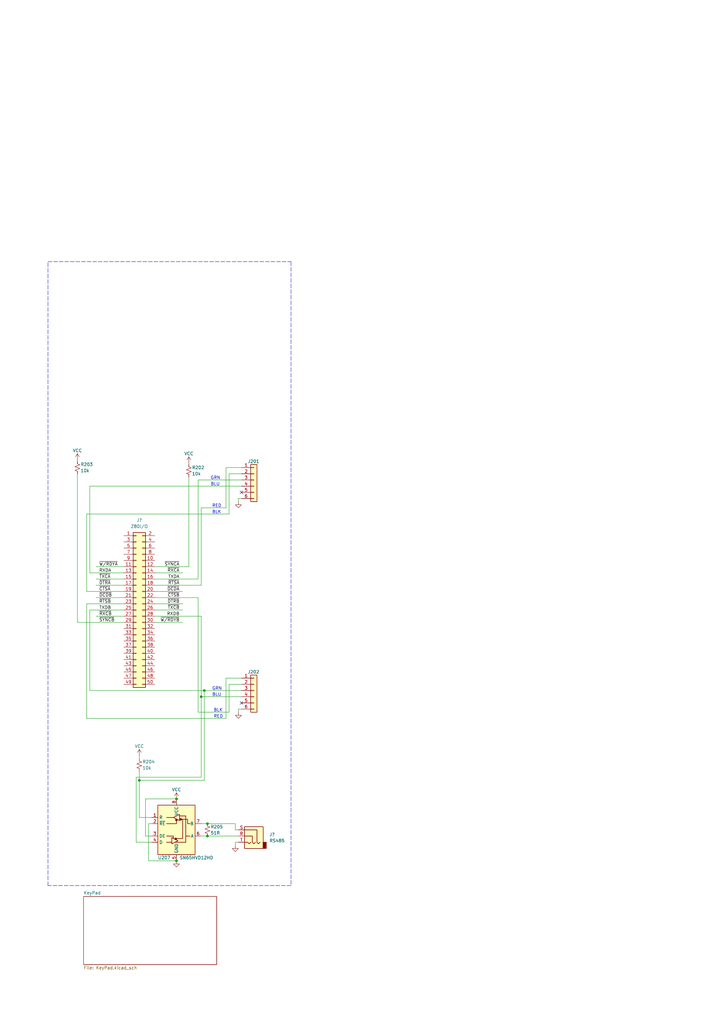
<source format=kicad_sch>
(kicad_sch (version 20211123) (generator eeschema)
  (paper "A3" portrait)
  (lib_symbols
    (symbol "Connector:AudioJack3"
      (property "Reference" "J" (at 0 8.89 0))
      (property "Value" "AudioJack3" (at 0 6.35 0))
      (symbol "AudioJack3_0_1"
        (rectangle (start -5.08 -5.08) (end -6.35 -2.54) (stroke (width 0.254)) (fill (type outline)))
        (polyline (pts (xy 0 -2.54) (xy 0.635 -3.175) (xy 1.27 -2.54) (xy 2.54 -2.54)) (stroke (width 0.254)))
        (polyline (pts (xy -1.905 -2.54) (xy -1.27 -3.175) (xy -0.635 -2.54) (xy -0.635 0) (xy 2.54 0)) (stroke (width 0.254)))
        (polyline (pts (xy 2.54 2.54) (xy -2.54 2.54) (xy -2.54 -2.54) (xy -3.175 -3.175) (xy -3.81 -2.54)) (stroke (width 0.254)))
        (rectangle (start 2.54 3.81) (end -5.08 -5.08) (stroke (width 0.254)) (fill (type background)))
      )
      (symbol "AudioJack3_1_1"
        (pin passive line (at 5.08 0 180) (length 2.54) (name "~") (number "R"))
        (pin passive line (at 5.08 2.54 180) (length 2.54) (name "~") (number "S"))
        (pin passive line (at 5.08 -2.54 180) (length 2.54) (name "~") (number "T"))
      )
    )
    (symbol "Connector_Generic:Conn_01x06" (pin_names (offset 1.016) hide)
      (property "Reference" "J" (at 0 7.62 0))
      (property "Value" "Conn_01x06" (at 0 -10.16 0))
      (symbol "Conn_01x06_1_1"
        (rectangle (start -1.27 -7.493) (end 0 -7.747) (stroke (width 0.1524)))
        (rectangle (start -1.27 -4.953) (end 0 -5.207) (stroke (width 0.1524)))
        (rectangle (start -1.27 -2.413) (end 0 -2.667) (stroke (width 0.1524)))
        (rectangle (start -1.27 0.127) (end 0 -0.127) (stroke (width 0.1524)))
        (rectangle (start -1.27 2.667) (end 0 2.413) (stroke (width 0.1524)))
        (rectangle (start -1.27 5.207) (end 0 4.953) (stroke (width 0.1524)))
        (rectangle (start -1.27 6.35) (end 1.27 -8.89) (stroke (width 0.254)) (fill (type background)))
        (pin passive line (at -5.08 5.08 0) (length 3.81) (name "Pin_1") (number "1"))
        (pin passive line (at -5.08 2.54 0) (length 3.81) (name "Pin_2") (number "2"))
        (pin passive line (at -5.08 0 0) (length 3.81) (name "Pin_3") (number "3"))
        (pin passive line (at -5.08 -2.54 0) (length 3.81) (name "Pin_4") (number "4"))
        (pin passive line (at -5.08 -5.08 0) (length 3.81) (name "Pin_5") (number "5"))
        (pin passive line (at -5.08 -7.62 0) (length 3.81) (name "Pin_6") (number "6"))
      )
    )
    (symbol "Connector_Generic:Conn_02x25_Odd_Even" (pin_names (offset 1.016) hide)
      (property "Reference" "J" (at 1.27 33.02 0))
      (property "Value" "Conn_02x25_Odd_Even" (at 1.27 -33.02 0))
      (symbol "Conn_02x25_Odd_Even_1_1"
        (rectangle (start -1.27 -30.353) (end 0 -30.607) (stroke (width 0.1524)))
        (rectangle (start -1.27 -27.813) (end 0 -28.067) (stroke (width 0.1524)))
        (rectangle (start -1.27 -25.273) (end 0 -25.527) (stroke (width 0.1524)))
        (rectangle (start -1.27 -22.733) (end 0 -22.987) (stroke (width 0.1524)))
        (rectangle (start -1.27 -20.193) (end 0 -20.447) (stroke (width 0.1524)))
        (rectangle (start -1.27 -17.653) (end 0 -17.907) (stroke (width 0.1524)))
        (rectangle (start -1.27 -15.113) (end 0 -15.367) (stroke (width 0.1524)))
        (rectangle (start -1.27 -12.573) (end 0 -12.827) (stroke (width 0.1524)))
        (rectangle (start -1.27 -10.033) (end 0 -10.287) (stroke (width 0.1524)))
        (rectangle (start -1.27 -7.493) (end 0 -7.747) (stroke (width 0.1524)))
        (rectangle (start -1.27 -4.953) (end 0 -5.207) (stroke (width 0.1524)))
        (rectangle (start -1.27 -2.413) (end 0 -2.667) (stroke (width 0.1524)))
        (rectangle (start -1.27 0.127) (end 0 -0.127) (stroke (width 0.1524)))
        (rectangle (start -1.27 2.667) (end 0 2.413) (stroke (width 0.1524)))
        (rectangle (start -1.27 5.207) (end 0 4.953) (stroke (width 0.1524)))
        (rectangle (start -1.27 7.747) (end 0 7.493) (stroke (width 0.1524)))
        (rectangle (start -1.27 10.287) (end 0 10.033) (stroke (width 0.1524)))
        (rectangle (start -1.27 12.827) (end 0 12.573) (stroke (width 0.1524)))
        (rectangle (start -1.27 15.367) (end 0 15.113) (stroke (width 0.1524)))
        (rectangle (start -1.27 17.907) (end 0 17.653) (stroke (width 0.1524)))
        (rectangle (start -1.27 20.447) (end 0 20.193) (stroke (width 0.1524)))
        (rectangle (start -1.27 22.987) (end 0 22.733) (stroke (width 0.1524)))
        (rectangle (start -1.27 25.527) (end 0 25.273) (stroke (width 0.1524)))
        (rectangle (start -1.27 28.067) (end 0 27.813) (stroke (width 0.1524)))
        (rectangle (start -1.27 30.607) (end 0 30.353) (stroke (width 0.1524)))
        (rectangle (start -1.27 31.75) (end 3.81 -31.75) (stroke (width 0.254)) (fill (type background)))
        (rectangle (start 3.81 -30.353) (end 2.54 -30.607) (stroke (width 0.1524)))
        (rectangle (start 3.81 -27.813) (end 2.54 -28.067) (stroke (width 0.1524)))
        (rectangle (start 3.81 -25.273) (end 2.54 -25.527) (stroke (width 0.1524)))
        (rectangle (start 3.81 -22.733) (end 2.54 -22.987) (stroke (width 0.1524)))
        (rectangle (start 3.81 -20.193) (end 2.54 -20.447) (stroke (width 0.1524)))
        (rectangle (start 3.81 -17.653) (end 2.54 -17.907) (stroke (width 0.1524)))
        (rectangle (start 3.81 -15.113) (end 2.54 -15.367) (stroke (width 0.1524)))
        (rectangle (start 3.81 -12.573) (end 2.54 -12.827) (stroke (width 0.1524)))
        (rectangle (start 3.81 -10.033) (end 2.54 -10.287) (stroke (width 0.1524)))
        (rectangle (start 3.81 -7.493) (end 2.54 -7.747) (stroke (width 0.1524)))
        (rectangle (start 3.81 -4.953) (end 2.54 -5.207) (stroke (width 0.1524)))
        (rectangle (start 3.81 -2.413) (end 2.54 -2.667) (stroke (width 0.1524)))
        (rectangle (start 3.81 0.127) (end 2.54 -0.127) (stroke (width 0.1524)))
        (rectangle (start 3.81 2.667) (end 2.54 2.413) (stroke (width 0.1524)))
        (rectangle (start 3.81 5.207) (end 2.54 4.953) (stroke (width 0.1524)))
        (rectangle (start 3.81 7.747) (end 2.54 7.493) (stroke (width 0.1524)))
        (rectangle (start 3.81 10.287) (end 2.54 10.033) (stroke (width 0.1524)))
        (rectangle (start 3.81 12.827) (end 2.54 12.573) (stroke (width 0.1524)))
        (rectangle (start 3.81 15.367) (end 2.54 15.113) (stroke (width 0.1524)))
        (rectangle (start 3.81 17.907) (end 2.54 17.653) (stroke (width 0.1524)))
        (rectangle (start 3.81 20.447) (end 2.54 20.193) (stroke (width 0.1524)))
        (rectangle (start 3.81 22.987) (end 2.54 22.733) (stroke (width 0.1524)))
        (rectangle (start 3.81 25.527) (end 2.54 25.273) (stroke (width 0.1524)))
        (rectangle (start 3.81 28.067) (end 2.54 27.813) (stroke (width 0.1524)))
        (rectangle (start 3.81 30.607) (end 2.54 30.353) (stroke (width 0.1524)))
        (pin passive line (at -5.08 30.48 0) (length 3.81) (name "Pin_1") (number "1"))
        (pin passive line (at 7.62 20.32 180) (length 3.81) (name "Pin_10") (number "10"))
        (pin passive line (at -5.08 17.78 0) (length 3.81) (name "Pin_11") (number "11"))
        (pin passive line (at 7.62 17.78 180) (length 3.81) (name "Pin_12") (number "12"))
        (pin passive line (at -5.08 15.24 0) (length 3.81) (name "Pin_13") (number "13"))
        (pin passive line (at 7.62 15.24 180) (length 3.81) (name "Pin_14") (number "14"))
        (pin passive line (at -5.08 12.7 0) (length 3.81) (name "Pin_15") (number "15"))
        (pin passive line (at 7.62 12.7 180) (length 3.81) (name "Pin_16") (number "16"))
        (pin passive line (at -5.08 10.16 0) (length 3.81) (name "Pin_17") (number "17"))
        (pin passive line (at 7.62 10.16 180) (length 3.81) (name "Pin_18") (number "18"))
        (pin passive line (at -5.08 7.62 0) (length 3.81) (name "Pin_19") (number "19"))
        (pin passive line (at 7.62 30.48 180) (length 3.81) (name "Pin_2") (number "2"))
        (pin passive line (at 7.62 7.62 180) (length 3.81) (name "Pin_20") (number "20"))
        (pin passive line (at -5.08 5.08 0) (length 3.81) (name "Pin_21") (number "21"))
        (pin passive line (at 7.62 5.08 180) (length 3.81) (name "Pin_22") (number "22"))
        (pin passive line (at -5.08 2.54 0) (length 3.81) (name "Pin_23") (number "23"))
        (pin passive line (at 7.62 2.54 180) (length 3.81) (name "Pin_24") (number "24"))
        (pin passive line (at -5.08 0 0) (length 3.81) (name "Pin_25") (number "25"))
        (pin passive line (at 7.62 0 180) (length 3.81) (name "Pin_26") (number "26"))
        (pin passive line (at -5.08 -2.54 0) (length 3.81) (name "Pin_27") (number "27"))
        (pin passive line (at 7.62 -2.54 180) (length 3.81) (name "Pin_28") (number "28"))
        (pin passive line (at -5.08 -5.08 0) (length 3.81) (name "Pin_29") (number "29"))
        (pin passive line (at -5.08 27.94 0) (length 3.81) (name "Pin_3") (number "3"))
        (pin passive line (at 7.62 -5.08 180) (length 3.81) (name "Pin_30") (number "30"))
        (pin passive line (at -5.08 -7.62 0) (length 3.81) (name "Pin_31") (number "31"))
        (pin passive line (at 7.62 -7.62 180) (length 3.81) (name "Pin_32") (number "32"))
        (pin passive line (at -5.08 -10.16 0) (length 3.81) (name "Pin_33") (number "33"))
        (pin passive line (at 7.62 -10.16 180) (length 3.81) (name "Pin_34") (number "34"))
        (pin passive line (at -5.08 -12.7 0) (length 3.81) (name "Pin_35") (number "35"))
        (pin passive line (at 7.62 -12.7 180) (length 3.81) (name "Pin_36") (number "36"))
        (pin passive line (at -5.08 -15.24 0) (length 3.81) (name "Pin_37") (number "37"))
        (pin passive line (at 7.62 -15.24 180) (length 3.81) (name "Pin_38") (number "38"))
        (pin passive line (at -5.08 -17.78 0) (length 3.81) (name "Pin_39") (number "39"))
        (pin passive line (at 7.62 27.94 180) (length 3.81) (name "Pin_4") (number "4"))
        (pin passive line (at 7.62 -17.78 180) (length 3.81) (name "Pin_40") (number "40"))
        (pin passive line (at -5.08 -20.32 0) (length 3.81) (name "Pin_41") (number "41"))
        (pin passive line (at 7.62 -20.32 180) (length 3.81) (name "Pin_42") (number "42"))
        (pin passive line (at -5.08 -22.86 0) (length 3.81) (name "Pin_43") (number "43"))
        (pin passive line (at 7.62 -22.86 180) (length 3.81) (name "Pin_44") (number "44"))
        (pin passive line (at -5.08 -25.4 0) (length 3.81) (name "Pin_45") (number "45"))
        (pin passive line (at 7.62 -25.4 180) (length 3.81) (name "Pin_46") (number "46"))
        (pin passive line (at -5.08 -27.94 0) (length 3.81) (name "Pin_47") (number "47"))
        (pin passive line (at 7.62 -27.94 180) (length 3.81) (name "Pin_48") (number "48"))
        (pin passive line (at -5.08 -30.48 0) (length 3.81) (name "Pin_49") (number "49"))
        (pin passive line (at -5.08 25.4 0) (length 3.81) (name "Pin_5") (number "5"))
        (pin passive line (at 7.62 -30.48 180) (length 3.81) (name "Pin_50") (number "50"))
        (pin passive line (at 7.62 25.4 180) (length 3.81) (name "Pin_6") (number "6"))
        (pin passive line (at -5.08 22.86 0) (length 3.81) (name "Pin_7") (number "7"))
        (pin passive line (at 7.62 22.86 180) (length 3.81) (name "Pin_8") (number "8"))
        (pin passive line (at -5.08 20.32 0) (length 3.81) (name "Pin_9") (number "9"))
      )
    )
    (symbol "Device:R_Small_US" (pin_numbers hide) (pin_names (offset 0.254) hide)
      (property "Reference" "R" (at 0.762 0.508 0))
      (property "Value" "R_Small_US" (at 0.762 -1.016 0))
      (symbol "R_Small_US_1_1"
        (polyline (pts (xy 0 0) (xy 1.016 -0.381) (xy 0 -0.762) (xy -1.016 -1.143) (xy 0 -1.524)))
        (polyline (pts (xy 0 1.524) (xy 1.016 1.143) (xy 0 0.762) (xy -1.016 0.381) (xy 0 0)))
        (pin passive line (at 0 2.54 270) (length 1.016) (name "~") (number "1"))
        (pin passive line (at 0 -2.54 90) (length 1.016) (name "~") (number "2"))
      )
    )
    (symbol "Interface_UART:SN65HVD11HD"
      (property "Reference" "U" (at -7.62 12.7 0))
      (property "Value" "SN65HVD11HD" (at 2.54 12.7 0))
      (symbol "SN65HVD11HD_0_1"
        (rectangle (start -7.62 10.16) (end 7.62 -10.16) (stroke (width 0.254)) (fill (type background)))
        (circle (center -0.3048 -3.683) (radius 0.3556) (stroke (width 0.254)) (fill (type outline)))
        (circle (center -0.0254 4.0386) (radius 0.3556) (stroke (width 0.254)) (fill (type outline)))
        (polyline (pts (xy -4.064 -5.08) (xy -1.905 -5.08)) (stroke (width 0.254)))
        (polyline (pts (xy -4.064 5.08) (xy -1.27 5.08)) (stroke (width 0.254)))
        (polyline (pts (xy -1.27 -3.2004) (xy -1.27 -3.4544)) (stroke (width 0.254)))
        (polyline (pts (xy -4.064 -2.54) (xy -1.27 -2.54) (xy -1.27 -3.175)) (stroke (width 0.254)))
        (polyline (pts (xy 0 3.81) (xy 0 2.54) (xy -4.064 2.54)) (stroke (width 0.254)))
        (polyline (pts (xy 1.27 5.715) (xy 3.81 5.715) (xy 3.81 -2.54)) (stroke (width 0.254)))
        (polyline (pts (xy 2.54 4.318) (xy 2.54 -3.556) (xy -0.254 -3.556)) (stroke (width 0.254)))
        (polyline (pts (xy -1.905 -3.175) (xy -1.905 -5.715) (xy 0.635 -4.445) (xy -1.905 -3.175)) (stroke (width 0.254)))
        (polyline (pts (xy -1.27 5.08) (xy 1.27 6.35) (xy 1.27 3.81) (xy -1.27 5.08)) (stroke (width 0.254)))
        (polyline (pts (xy -0.508 -5.08) (xy 3.81 -5.08) (xy 3.81 -2.54) (xy 5.588 -2.54)) (stroke (width 0.254)))
        (polyline (pts (xy 2.032 4.318) (xy 4.572 4.318) (xy 4.572 2.54) (xy 5.588 2.54)) (stroke (width 0.254)))
        (rectangle (start 1.27 3.175) (end 1.27 3.175))
        (circle (center 1.778 4.318) (radius 0.3556) (stroke (width 0.254)) (fill (type outline)))
      )
      (symbol "SN65HVD11HD_1_1"
        (pin output line (at -10.16 5.08 0) (length 2.54) (name "R") (number "1"))
        (pin input line (at -10.16 2.54 0) (length 2.54) (name "~{RE}") (number "2"))
        (pin input line (at -10.16 -2.54 0) (length 2.54) (name "DE") (number "3"))
        (pin input line (at -10.16 -5.08 0) (length 2.54) (name "D") (number "4"))
        (pin power_in line (at 0 -12.7 90) (length 2.54) (name "GND") (number "5"))
        (pin bidirectional line (at 10.16 -2.54 180) (length 2.54) (name "A") (number "6"))
        (pin bidirectional line (at 10.16 2.54 180) (length 2.54) (name "B") (number "7"))
        (pin power_in line (at 0 12.7 270) (length 2.54) (name "VCC") (number "8"))
      )
    )
    (symbol "power:GND" (power) (pin_names (offset 0))
      (property "Value" "GND" (at 0 -3.81 0))
      (symbol "GND_0_1"
        (polyline (pts (xy 0 0) (xy 0 -1.27) (xy 1.27 -1.27) (xy 0 -2.54) (xy -1.27 -1.27) (xy 0 -1.27)))
      )
      (symbol "GND_1_1"
        (pin power_in line (at 0 0 270) (length 0) hide (name "GND") (number "1"))
      )
    )
    (symbol "power:VCC" (power) (pin_names (offset 0))
      (property "Value" "VCC" (at 0 3.81 0))
      (symbol "VCC_0_1"
        (polyline (pts (xy -0.762 1.27) (xy 0 2.54)))
        (polyline (pts (xy 0 0) (xy 0 2.54)))
        (polyline (pts (xy 0 2.54) (xy 0.762 1.27)))
      )
      (symbol "VCC_1_1"
        (pin power_in line (at 0 0 90) (length 0) hide (name "VCC") (number "1"))
      )
    )
  )
  (junction (at 72.39 327.66))
  (junction (at 72.39 353.06))
  (junction (at 83.82 283.21))
  (junction (at 85.09 342.9))
  (junction (at 82.55 285.75))
  (junction (at 85.09 337.82))
  (junction (at 57.15 320.04))
  (no_connect (at 99.06 201.93))
  (no_connect (at 99.06 288.29))
  (wire (pts (xy 82.55 240.03) (xy 82.55 208.28)))
  (wire (pts (xy 57.15 309.88) (xy 57.15 311.15)))
  (wire (pts (xy 81.28 196.85) (xy 81.28 237.49)))
  (wire (pts (xy 36.83 283.21) (xy 36.83 250.19)))
  (wire (pts (xy 81.28 245.11) (xy 81.28 292.1)))
  (wire (pts (xy 39.37 245.11) (xy 50.8 245.11)))
  (wire (pts (xy 55.88 318.77) (xy 55.88 345.44)))
  (wire (pts (xy 35.56 294.64) (xy 92.71 294.64)))
  (wire (pts (xy 36.83 199.39) (xy 99.06 199.39)))
  (wire (pts (xy 99.06 280.67) (xy 93.98 280.67)))
  (wire (pts (xy 57.15 320.04) (xy 83.82 320.04)))
  (wire (pts (xy 82.55 342.9) (xy 85.09 342.9)))
  (wire (pts (xy 99.06 194.31) (xy 93.98 194.31)))
  (wire (pts (xy 60.96 337.82) (xy 60.96 353.06)))
  (wire (pts (xy 92.71 278.13) (xy 92.71 294.64)))
  (wire (pts (xy 35.56 242.57) (xy 50.8 242.57)))
  (wire (pts (xy 97.79 345.44) (xy 96.52 345.44)))
  (wire (pts (xy 99.06 290.83) (xy 97.79 290.83)))
  (wire (pts (xy 81.28 196.85) (xy 99.06 196.85)))
  (wire (pts (xy 59.69 327.66) (xy 72.39 327.66)))
  (wire (pts (xy 82.55 285.75) (xy 99.06 285.75)))
  (wire (pts (xy 31.75 188.595) (xy 31.75 189.23)))
  (wire (pts (xy 77.47 195.58) (xy 77.47 232.41)))
  (polyline (pts (xy 119.38 363.22) (xy 19.685 363.22)))
  (wire (pts (xy 31.75 194.31) (xy 31.75 255.27)))
  (wire (pts (xy 99.06 191.77) (xy 92.71 191.77)))
  (wire (pts (xy 93.98 280.67) (xy 93.98 292.1)))
  (wire (pts (xy 57.15 335.28) (xy 57.15 320.04)))
  (wire (pts (xy 83.82 283.21) (xy 99.06 283.21)))
  (wire (pts (xy 85.09 337.82) (xy 96.52 337.82)))
  (wire (pts (xy 36.83 234.95) (xy 50.8 234.95)))
  (wire (pts (xy 63.5 234.95) (xy 74.93 234.95)))
  (wire (pts (xy 63.5 252.73) (xy 82.55 252.73)))
  (wire (pts (xy 92.71 208.28) (xy 82.55 208.28)))
  (wire (pts (xy 36.83 250.19) (xy 50.8 250.19)))
  (wire (pts (xy 63.5 247.65) (xy 74.93 247.65)))
  (wire (pts (xy 82.55 318.77) (xy 55.88 318.77)))
  (wire (pts (xy 39.37 240.03) (xy 50.8 240.03)))
  (wire (pts (xy 77.47 189.865) (xy 77.47 190.5)))
  (wire (pts (xy 63.5 237.49) (xy 81.28 237.49)))
  (wire (pts (xy 83.82 283.21) (xy 83.82 320.04)))
  (wire (pts (xy 39.37 237.49) (xy 50.8 237.49)))
  (wire (pts (xy 82.55 252.73) (xy 82.55 285.75)))
  (wire (pts (xy 63.5 250.19) (xy 74.93 250.19)))
  (wire (pts (xy 92.71 191.77) (xy 92.71 208.28)))
  (wire (pts (xy 31.75 255.27) (xy 50.8 255.27)))
  (wire (pts (xy 99.06 204.47) (xy 97.79 204.47)))
  (wire (pts (xy 59.69 342.9) (xy 59.69 327.66)))
  (wire (pts (xy 55.88 345.44) (xy 62.23 345.44)))
  (wire (pts (xy 36.83 283.21) (xy 83.82 283.21)))
  (wire (pts (xy 97.79 340.36) (xy 96.52 340.36)))
  (wire (pts (xy 97.79 204.47) (xy 97.79 205.74)))
  (wire (pts (xy 63.5 232.41) (xy 77.47 232.41)))
  (wire (pts (xy 63.5 255.27) (xy 74.93 255.27)))
  (wire (pts (xy 99.06 278.13) (xy 92.71 278.13)))
  (polyline (pts (xy 19.685 363.22) (xy 19.685 107.315)))
  (wire (pts (xy 93.98 194.31) (xy 93.98 210.82)))
  (wire (pts (xy 82.55 285.75) (xy 82.55 318.77)))
  (wire (pts (xy 97.79 290.83) (xy 97.79 292.1)))
  (wire (pts (xy 57.15 316.23) (xy 57.15 320.04)))
  (wire (pts (xy 62.23 335.28) (xy 57.15 335.28)))
  (wire (pts (xy 96.52 345.44) (xy 96.52 346.71)))
  (polyline (pts (xy 19.685 107.315) (xy 119.38 107.315)))
  (wire (pts (xy 39.37 252.73) (xy 50.8 252.73)))
  (wire (pts (xy 82.55 337.82) (xy 85.09 337.82)))
  (wire (pts (xy 62.23 342.9) (xy 59.69 342.9)))
  (polyline (pts (xy 119.38 107.315) (xy 119.38 363.22)))
  (wire (pts (xy 93.98 292.1) (xy 81.28 292.1)))
  (wire (pts (xy 35.56 247.65) (xy 35.56 294.64)))
  (wire (pts (xy 63.5 245.11) (xy 81.28 245.11)))
  (wire (pts (xy 62.23 337.82) (xy 60.96 337.82)))
  (wire (pts (xy 35.56 242.57) (xy 35.56 210.82)))
  (wire (pts (xy 85.09 342.9) (xy 97.79 342.9)))
  (wire (pts (xy 63.5 242.57) (xy 74.93 242.57)))
  (wire (pts (xy 35.56 210.82) (xy 93.98 210.82)))
  (wire (pts (xy 63.5 240.03) (xy 82.55 240.03)))
  (wire (pts (xy 36.83 199.39) (xy 36.83 234.95)))
  (wire (pts (xy 39.37 232.41) (xy 50.8 232.41)))
  (wire (pts (xy 96.52 340.36) (xy 96.52 337.82)))
  (wire (pts (xy 35.56 247.65) (xy 50.8 247.65)))
  (wire (pts (xy 60.96 353.06) (xy 72.39 353.06)))
  (text "BLK" (at 87.63 292.1 0) (effects (font (size 1.27 1.27)) (justify left bottom)))
  (text "RED" (at 86.995 208.28 0) (effects (font (size 1.27 1.27)) (justify left bottom)))
  (text "BLK" (at 86.995 210.82 0) (effects (font (size 1.27 1.27)) (justify left bottom)))
  (text "RED" (at 87.63 294.64 0) (effects (font (size 1.27 1.27)) (justify left bottom)))
  (text "BLU" (at 86.995 285.75 0) (effects (font (size 1.27 1.27)) (justify left bottom)))
  (text "GRN" (at 86.995 283.21 0) (effects (font (size 1.27 1.27)) (justify left bottom)))
  (text "GRN" (at 86.36 196.85 0) (effects (font (size 1.27 1.27)) (justify left bottom)))
  (text "BLU" (at 86.36 199.39 0) (effects (font (size 1.27 1.27)) (justify left bottom)))
  (label "~{DCDB}" (at 40.64 245.11 0))
  (label "~{W{slash}RDYB}" (at 73.66 255.27 180))
  (label "~{DCDA}" (at 73.66 242.57 180))
  (label "~{W{slash}RDYA}" (at 40.64 232.41 0))
  (label "~{CTSB}" (at 73.66 245.11 180))
  (label "~{RXCA}" (at 73.66 234.95 180))
  (label "~{RTSB}" (at 40.64 247.65 0))
  (label "~{TXCA}" (at 40.64 237.49 0))
  (label "~{DTRB}" (at 73.66 247.65 180))
  (label "~{RTSA}" (at 73.66 240.03 180))
  (label "~{TXCB}" (at 73.66 250.19 180))
  (label "~{SYNCB}" (at 40.64 255.27 0))
  (label "~{RXCB}" (at 40.64 252.73 0))
  (label "RXDA" (at 40.64 234.95 0))
  (label "~{DTRA}" (at 40.64 240.03 0))
  (label "~{CTSA}" (at 40.64 242.57 0))
  (label "TXDA" (at 73.66 237.49 180))
  (label "TXDB" (at 40.64 250.19 0))
  (label "~{SYNCA}" (at 73.66 232.41 180))
  (label "RXDB" (at 73.66 252.73 180))
  (symbol (lib_id "Connector:AudioJack3") (at 102.87 342.9 0) (mirror y) (unit 1)
    (property "Reference" "J?" (at 110.49 342.2649 0) (effects (justify right)))
    (property "Value" "RS485" (at 110.49 344.8049 0) (effects (justify right)))
  )
  (symbol (lib_id "power:VCC") (at 77.47 189.865 0) (unit 1)
    (property "Reference" "#PWR?" (effects hide))
    (property "Value" "VCC" (at 77.47 186.055 0))
  )
  (symbol (lib_id "Device:R_Small_US") (at 85.09 340.36 0) (unit 1)
    (property "Reference" "R205" (at 86.36 339.09 0) (effects (justify left)))
    (property "Value" "51R" (at 86.36 341.63 0) (effects (justify left)))
  )
  (symbol (lib_id "power:GND") (at 72.39 353.06 0) (unit 1)
    (property "Reference" "#PWR?" (effects hide))
    (property "Value" "GND" (effects hide))
  )
  (symbol (lib_id "Device:R_Small_US") (at 31.75 191.77 0) (unit 1)
    (property "Reference" "R203" (at 33.02 190.5 0) (effects (justify left)))
    (property "Value" "10k" (at 33.02 193.04 0) (effects (justify left)))
  )
  (symbol (lib_id "power:GND") (at 97.79 292.1 0) (unit 1)
    (property "Reference" "#PWR?" (effects hide))
    (property "Value" "GND" (effects hide))
  )
  (symbol (lib_id "Connector_Generic:Conn_01x06") (at 104.14 283.21 0) (unit 1)
    (property "Reference" "J202" (at 101.6 275.59 0) (effects (justify left)))
    (property "Value" "Conn_01x06" (effects hide))
  )
  (symbol (lib_id "power:VCC") (at 72.39 327.66 0) (unit 1)
    (property "Reference" "#PWR?" (effects hide))
    (property "Value" "VCC" (at 72.39 323.85 0))
  )
  (symbol (lib_id "Interface_UART:SN65HVD11HD") (at 72.39 340.36 0) (unit 1)
    (property "Reference" "U207" (at 64.77 351.79 0) (effects (justify left)))
    (property "Value" "SN65HVD12HD" (at 73.66 351.79 0) (effects (justify left)))
    (property "Footprint" "Package_SO:SOIC-8_3.9x4.9mm_P1.27mm" (effects hide))
    (property "Datasheet" "http://www.ti.com/lit/ds/symlink/sn65hvd11-ht.pdf" (effects hide))
  )
  (symbol (lib_id "power:GND") (at 96.52 346.71 0) (unit 1)
    (property "Reference" "#PWR?" (effects hide))
    (property "Value" "GND" (effects hide))
  )
  (symbol (lib_id "Device:R_Small_US") (at 57.15 313.69 0) (unit 1)
    (property "Reference" "R204" (at 58.42 312.42 0) (effects (justify left)))
    (property "Value" "10k" (at 58.42 314.96 0) (effects (justify left)))
  )
  (symbol (lib_id "Device:R_Small_US") (at 77.47 193.04 0) (unit 1)
    (property "Reference" "R202" (at 78.74 191.77 0) (effects (justify left)))
    (property "Value" "10k" (at 78.74 194.31 0) (effects (justify left)))
  )
  (symbol (lib_id "Connector_Generic:Conn_01x06") (at 104.14 196.85 0) (unit 1)
    (property "Reference" "J201" (at 101.6 189.23 0) (effects (justify left)))
    (property "Value" "Conn_01x06" (effects hide))
  )
  (symbol (lib_id "power:GND") (at 97.79 205.74 0) (unit 1)
    (property "Reference" "#PWR?" (effects hide))
    (property "Value" "GND" (effects hide))
  )
  (symbol (lib_id "power:VCC") (at 31.75 188.595 0) (unit 1)
    (property "Reference" "#PWR?" (effects hide))
    (property "Value" "VCC" (at 31.75 184.785 0))
  )
  (symbol (lib_id "Connector_Generic:Conn_02x25_Odd_Even") (at 55.88 250.19 0) (unit 1)
    (property "Reference" "J?" (at 57.15 213.36 0))
    (property "Value" "Z80I/O" (at 57.15 215.9 0))
  )
  (symbol (lib_id "power:VCC") (at 57.15 309.88 0) (unit 1)
    (property "Reference" "#PWR?" (effects hide))
    (property "Value" "VCC" (at 57.15 306.07 0))
  )
  (sheet (at 34.29 367.665) (size 54.61 27.94) (stroke (width 0.1524))
    (property "Sheet name" "KeyPad" (at 34.29 366.9534 0) (effects (justify left bottom)))
    (property "Sheet file" "KeyPad.kicad_sch" (at 34.29 396.1896 0) (effects (justify left top)))
  )
)
</source>
